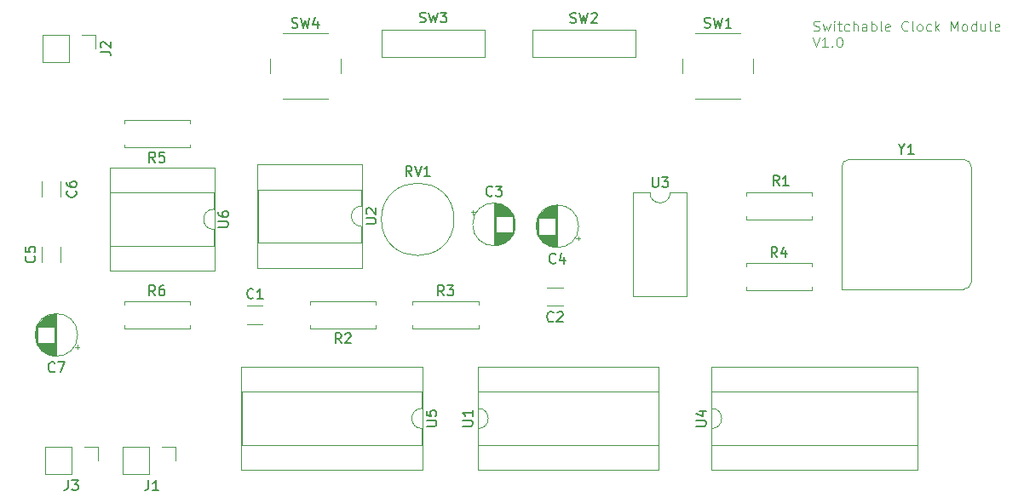
<source format=gbr>
%TF.GenerationSoftware,KiCad,Pcbnew,9.0.6*%
%TF.CreationDate,2025-11-16T18:38:50-05:00*%
%TF.ProjectId,Clock Module,436c6f63-6b20-44d6-9f64-756c652e6b69,rev?*%
%TF.SameCoordinates,Original*%
%TF.FileFunction,Legend,Top*%
%TF.FilePolarity,Positive*%
%FSLAX46Y46*%
G04 Gerber Fmt 4.6, Leading zero omitted, Abs format (unit mm)*
G04 Created by KiCad (PCBNEW 9.0.6) date 2025-11-16 18:38:50*
%MOMM*%
%LPD*%
G01*
G04 APERTURE LIST*
%ADD10C,0.100000*%
%ADD11C,0.150000*%
%ADD12C,0.120000*%
G04 APERTURE END LIST*
D10*
X230256265Y-24714856D02*
X230399122Y-24762475D01*
X230399122Y-24762475D02*
X230637217Y-24762475D01*
X230637217Y-24762475D02*
X230732455Y-24714856D01*
X230732455Y-24714856D02*
X230780074Y-24667236D01*
X230780074Y-24667236D02*
X230827693Y-24571998D01*
X230827693Y-24571998D02*
X230827693Y-24476760D01*
X230827693Y-24476760D02*
X230780074Y-24381522D01*
X230780074Y-24381522D02*
X230732455Y-24333903D01*
X230732455Y-24333903D02*
X230637217Y-24286284D01*
X230637217Y-24286284D02*
X230446741Y-24238665D01*
X230446741Y-24238665D02*
X230351503Y-24191046D01*
X230351503Y-24191046D02*
X230303884Y-24143427D01*
X230303884Y-24143427D02*
X230256265Y-24048189D01*
X230256265Y-24048189D02*
X230256265Y-23952951D01*
X230256265Y-23952951D02*
X230303884Y-23857713D01*
X230303884Y-23857713D02*
X230351503Y-23810094D01*
X230351503Y-23810094D02*
X230446741Y-23762475D01*
X230446741Y-23762475D02*
X230684836Y-23762475D01*
X230684836Y-23762475D02*
X230827693Y-23810094D01*
X231161027Y-24095808D02*
X231351503Y-24762475D01*
X231351503Y-24762475D02*
X231541979Y-24286284D01*
X231541979Y-24286284D02*
X231732455Y-24762475D01*
X231732455Y-24762475D02*
X231922931Y-24095808D01*
X232303884Y-24762475D02*
X232303884Y-24095808D01*
X232303884Y-23762475D02*
X232256265Y-23810094D01*
X232256265Y-23810094D02*
X232303884Y-23857713D01*
X232303884Y-23857713D02*
X232351503Y-23810094D01*
X232351503Y-23810094D02*
X232303884Y-23762475D01*
X232303884Y-23762475D02*
X232303884Y-23857713D01*
X232637217Y-24095808D02*
X233018169Y-24095808D01*
X232780074Y-23762475D02*
X232780074Y-24619617D01*
X232780074Y-24619617D02*
X232827693Y-24714856D01*
X232827693Y-24714856D02*
X232922931Y-24762475D01*
X232922931Y-24762475D02*
X233018169Y-24762475D01*
X233780074Y-24714856D02*
X233684836Y-24762475D01*
X233684836Y-24762475D02*
X233494360Y-24762475D01*
X233494360Y-24762475D02*
X233399122Y-24714856D01*
X233399122Y-24714856D02*
X233351503Y-24667236D01*
X233351503Y-24667236D02*
X233303884Y-24571998D01*
X233303884Y-24571998D02*
X233303884Y-24286284D01*
X233303884Y-24286284D02*
X233351503Y-24191046D01*
X233351503Y-24191046D02*
X233399122Y-24143427D01*
X233399122Y-24143427D02*
X233494360Y-24095808D01*
X233494360Y-24095808D02*
X233684836Y-24095808D01*
X233684836Y-24095808D02*
X233780074Y-24143427D01*
X234208646Y-24762475D02*
X234208646Y-23762475D01*
X234637217Y-24762475D02*
X234637217Y-24238665D01*
X234637217Y-24238665D02*
X234589598Y-24143427D01*
X234589598Y-24143427D02*
X234494360Y-24095808D01*
X234494360Y-24095808D02*
X234351503Y-24095808D01*
X234351503Y-24095808D02*
X234256265Y-24143427D01*
X234256265Y-24143427D02*
X234208646Y-24191046D01*
X235541979Y-24762475D02*
X235541979Y-24238665D01*
X235541979Y-24238665D02*
X235494360Y-24143427D01*
X235494360Y-24143427D02*
X235399122Y-24095808D01*
X235399122Y-24095808D02*
X235208646Y-24095808D01*
X235208646Y-24095808D02*
X235113408Y-24143427D01*
X235541979Y-24714856D02*
X235446741Y-24762475D01*
X235446741Y-24762475D02*
X235208646Y-24762475D01*
X235208646Y-24762475D02*
X235113408Y-24714856D01*
X235113408Y-24714856D02*
X235065789Y-24619617D01*
X235065789Y-24619617D02*
X235065789Y-24524379D01*
X235065789Y-24524379D02*
X235113408Y-24429141D01*
X235113408Y-24429141D02*
X235208646Y-24381522D01*
X235208646Y-24381522D02*
X235446741Y-24381522D01*
X235446741Y-24381522D02*
X235541979Y-24333903D01*
X236018170Y-24762475D02*
X236018170Y-23762475D01*
X236018170Y-24143427D02*
X236113408Y-24095808D01*
X236113408Y-24095808D02*
X236303884Y-24095808D01*
X236303884Y-24095808D02*
X236399122Y-24143427D01*
X236399122Y-24143427D02*
X236446741Y-24191046D01*
X236446741Y-24191046D02*
X236494360Y-24286284D01*
X236494360Y-24286284D02*
X236494360Y-24571998D01*
X236494360Y-24571998D02*
X236446741Y-24667236D01*
X236446741Y-24667236D02*
X236399122Y-24714856D01*
X236399122Y-24714856D02*
X236303884Y-24762475D01*
X236303884Y-24762475D02*
X236113408Y-24762475D01*
X236113408Y-24762475D02*
X236018170Y-24714856D01*
X237065789Y-24762475D02*
X236970551Y-24714856D01*
X236970551Y-24714856D02*
X236922932Y-24619617D01*
X236922932Y-24619617D02*
X236922932Y-23762475D01*
X237827694Y-24714856D02*
X237732456Y-24762475D01*
X237732456Y-24762475D02*
X237541980Y-24762475D01*
X237541980Y-24762475D02*
X237446742Y-24714856D01*
X237446742Y-24714856D02*
X237399123Y-24619617D01*
X237399123Y-24619617D02*
X237399123Y-24238665D01*
X237399123Y-24238665D02*
X237446742Y-24143427D01*
X237446742Y-24143427D02*
X237541980Y-24095808D01*
X237541980Y-24095808D02*
X237732456Y-24095808D01*
X237732456Y-24095808D02*
X237827694Y-24143427D01*
X237827694Y-24143427D02*
X237875313Y-24238665D01*
X237875313Y-24238665D02*
X237875313Y-24333903D01*
X237875313Y-24333903D02*
X237399123Y-24429141D01*
X239637218Y-24667236D02*
X239589599Y-24714856D01*
X239589599Y-24714856D02*
X239446742Y-24762475D01*
X239446742Y-24762475D02*
X239351504Y-24762475D01*
X239351504Y-24762475D02*
X239208647Y-24714856D01*
X239208647Y-24714856D02*
X239113409Y-24619617D01*
X239113409Y-24619617D02*
X239065790Y-24524379D01*
X239065790Y-24524379D02*
X239018171Y-24333903D01*
X239018171Y-24333903D02*
X239018171Y-24191046D01*
X239018171Y-24191046D02*
X239065790Y-24000570D01*
X239065790Y-24000570D02*
X239113409Y-23905332D01*
X239113409Y-23905332D02*
X239208647Y-23810094D01*
X239208647Y-23810094D02*
X239351504Y-23762475D01*
X239351504Y-23762475D02*
X239446742Y-23762475D01*
X239446742Y-23762475D02*
X239589599Y-23810094D01*
X239589599Y-23810094D02*
X239637218Y-23857713D01*
X240208647Y-24762475D02*
X240113409Y-24714856D01*
X240113409Y-24714856D02*
X240065790Y-24619617D01*
X240065790Y-24619617D02*
X240065790Y-23762475D01*
X240732457Y-24762475D02*
X240637219Y-24714856D01*
X240637219Y-24714856D02*
X240589600Y-24667236D01*
X240589600Y-24667236D02*
X240541981Y-24571998D01*
X240541981Y-24571998D02*
X240541981Y-24286284D01*
X240541981Y-24286284D02*
X240589600Y-24191046D01*
X240589600Y-24191046D02*
X240637219Y-24143427D01*
X240637219Y-24143427D02*
X240732457Y-24095808D01*
X240732457Y-24095808D02*
X240875314Y-24095808D01*
X240875314Y-24095808D02*
X240970552Y-24143427D01*
X240970552Y-24143427D02*
X241018171Y-24191046D01*
X241018171Y-24191046D02*
X241065790Y-24286284D01*
X241065790Y-24286284D02*
X241065790Y-24571998D01*
X241065790Y-24571998D02*
X241018171Y-24667236D01*
X241018171Y-24667236D02*
X240970552Y-24714856D01*
X240970552Y-24714856D02*
X240875314Y-24762475D01*
X240875314Y-24762475D02*
X240732457Y-24762475D01*
X241922933Y-24714856D02*
X241827695Y-24762475D01*
X241827695Y-24762475D02*
X241637219Y-24762475D01*
X241637219Y-24762475D02*
X241541981Y-24714856D01*
X241541981Y-24714856D02*
X241494362Y-24667236D01*
X241494362Y-24667236D02*
X241446743Y-24571998D01*
X241446743Y-24571998D02*
X241446743Y-24286284D01*
X241446743Y-24286284D02*
X241494362Y-24191046D01*
X241494362Y-24191046D02*
X241541981Y-24143427D01*
X241541981Y-24143427D02*
X241637219Y-24095808D01*
X241637219Y-24095808D02*
X241827695Y-24095808D01*
X241827695Y-24095808D02*
X241922933Y-24143427D01*
X242351505Y-24762475D02*
X242351505Y-23762475D01*
X242446743Y-24381522D02*
X242732457Y-24762475D01*
X242732457Y-24095808D02*
X242351505Y-24476760D01*
X243922934Y-24762475D02*
X243922934Y-23762475D01*
X243922934Y-23762475D02*
X244256267Y-24476760D01*
X244256267Y-24476760D02*
X244589600Y-23762475D01*
X244589600Y-23762475D02*
X244589600Y-24762475D01*
X245208648Y-24762475D02*
X245113410Y-24714856D01*
X245113410Y-24714856D02*
X245065791Y-24667236D01*
X245065791Y-24667236D02*
X245018172Y-24571998D01*
X245018172Y-24571998D02*
X245018172Y-24286284D01*
X245018172Y-24286284D02*
X245065791Y-24191046D01*
X245065791Y-24191046D02*
X245113410Y-24143427D01*
X245113410Y-24143427D02*
X245208648Y-24095808D01*
X245208648Y-24095808D02*
X245351505Y-24095808D01*
X245351505Y-24095808D02*
X245446743Y-24143427D01*
X245446743Y-24143427D02*
X245494362Y-24191046D01*
X245494362Y-24191046D02*
X245541981Y-24286284D01*
X245541981Y-24286284D02*
X245541981Y-24571998D01*
X245541981Y-24571998D02*
X245494362Y-24667236D01*
X245494362Y-24667236D02*
X245446743Y-24714856D01*
X245446743Y-24714856D02*
X245351505Y-24762475D01*
X245351505Y-24762475D02*
X245208648Y-24762475D01*
X246399124Y-24762475D02*
X246399124Y-23762475D01*
X246399124Y-24714856D02*
X246303886Y-24762475D01*
X246303886Y-24762475D02*
X246113410Y-24762475D01*
X246113410Y-24762475D02*
X246018172Y-24714856D01*
X246018172Y-24714856D02*
X245970553Y-24667236D01*
X245970553Y-24667236D02*
X245922934Y-24571998D01*
X245922934Y-24571998D02*
X245922934Y-24286284D01*
X245922934Y-24286284D02*
X245970553Y-24191046D01*
X245970553Y-24191046D02*
X246018172Y-24143427D01*
X246018172Y-24143427D02*
X246113410Y-24095808D01*
X246113410Y-24095808D02*
X246303886Y-24095808D01*
X246303886Y-24095808D02*
X246399124Y-24143427D01*
X247303886Y-24095808D02*
X247303886Y-24762475D01*
X246875315Y-24095808D02*
X246875315Y-24619617D01*
X246875315Y-24619617D02*
X246922934Y-24714856D01*
X246922934Y-24714856D02*
X247018172Y-24762475D01*
X247018172Y-24762475D02*
X247161029Y-24762475D01*
X247161029Y-24762475D02*
X247256267Y-24714856D01*
X247256267Y-24714856D02*
X247303886Y-24667236D01*
X247922934Y-24762475D02*
X247827696Y-24714856D01*
X247827696Y-24714856D02*
X247780077Y-24619617D01*
X247780077Y-24619617D02*
X247780077Y-23762475D01*
X248684839Y-24714856D02*
X248589601Y-24762475D01*
X248589601Y-24762475D02*
X248399125Y-24762475D01*
X248399125Y-24762475D02*
X248303887Y-24714856D01*
X248303887Y-24714856D02*
X248256268Y-24619617D01*
X248256268Y-24619617D02*
X248256268Y-24238665D01*
X248256268Y-24238665D02*
X248303887Y-24143427D01*
X248303887Y-24143427D02*
X248399125Y-24095808D01*
X248399125Y-24095808D02*
X248589601Y-24095808D01*
X248589601Y-24095808D02*
X248684839Y-24143427D01*
X248684839Y-24143427D02*
X248732458Y-24238665D01*
X248732458Y-24238665D02*
X248732458Y-24333903D01*
X248732458Y-24333903D02*
X248256268Y-24429141D01*
X230161027Y-25372419D02*
X230494360Y-26372419D01*
X230494360Y-26372419D02*
X230827693Y-25372419D01*
X231684836Y-26372419D02*
X231113408Y-26372419D01*
X231399122Y-26372419D02*
X231399122Y-25372419D01*
X231399122Y-25372419D02*
X231303884Y-25515276D01*
X231303884Y-25515276D02*
X231208646Y-25610514D01*
X231208646Y-25610514D02*
X231113408Y-25658133D01*
X232113408Y-26277180D02*
X232161027Y-26324800D01*
X232161027Y-26324800D02*
X232113408Y-26372419D01*
X232113408Y-26372419D02*
X232065789Y-26324800D01*
X232065789Y-26324800D02*
X232113408Y-26277180D01*
X232113408Y-26277180D02*
X232113408Y-26372419D01*
X232780074Y-25372419D02*
X232875312Y-25372419D01*
X232875312Y-25372419D02*
X232970550Y-25420038D01*
X232970550Y-25420038D02*
X233018169Y-25467657D01*
X233018169Y-25467657D02*
X233065788Y-25562895D01*
X233065788Y-25562895D02*
X233113407Y-25753371D01*
X233113407Y-25753371D02*
X233113407Y-25991466D01*
X233113407Y-25991466D02*
X233065788Y-26181942D01*
X233065788Y-26181942D02*
X233018169Y-26277180D01*
X233018169Y-26277180D02*
X232970550Y-26324800D01*
X232970550Y-26324800D02*
X232875312Y-26372419D01*
X232875312Y-26372419D02*
X232780074Y-26372419D01*
X232780074Y-26372419D02*
X232684836Y-26324800D01*
X232684836Y-26324800D02*
X232637217Y-26277180D01*
X232637217Y-26277180D02*
X232589598Y-26181942D01*
X232589598Y-26181942D02*
X232541979Y-25991466D01*
X232541979Y-25991466D02*
X232541979Y-25753371D01*
X232541979Y-25753371D02*
X232589598Y-25562895D01*
X232589598Y-25562895D02*
X232637217Y-25467657D01*
X232637217Y-25467657D02*
X232684836Y-25420038D01*
X232684836Y-25420038D02*
X232780074Y-25372419D01*
D11*
X239023809Y-36528628D02*
X239023809Y-37004819D01*
X238690476Y-36004819D02*
X239023809Y-36528628D01*
X239023809Y-36528628D02*
X239357142Y-36004819D01*
X240214285Y-37004819D02*
X239642857Y-37004819D01*
X239928571Y-37004819D02*
X239928571Y-36004819D01*
X239928571Y-36004819D02*
X239833333Y-36147676D01*
X239833333Y-36147676D02*
X239738095Y-36242914D01*
X239738095Y-36242914D02*
X239642857Y-36290533D01*
X171094819Y-44261904D02*
X171904342Y-44261904D01*
X171904342Y-44261904D02*
X171999580Y-44214285D01*
X171999580Y-44214285D02*
X172047200Y-44166666D01*
X172047200Y-44166666D02*
X172094819Y-44071428D01*
X172094819Y-44071428D02*
X172094819Y-43880952D01*
X172094819Y-43880952D02*
X172047200Y-43785714D01*
X172047200Y-43785714D02*
X171999580Y-43738095D01*
X171999580Y-43738095D02*
X171904342Y-43690476D01*
X171904342Y-43690476D02*
X171094819Y-43690476D01*
X171094819Y-42785714D02*
X171094819Y-42976190D01*
X171094819Y-42976190D02*
X171142438Y-43071428D01*
X171142438Y-43071428D02*
X171190057Y-43119047D01*
X171190057Y-43119047D02*
X171332914Y-43214285D01*
X171332914Y-43214285D02*
X171523390Y-43261904D01*
X171523390Y-43261904D02*
X171904342Y-43261904D01*
X171904342Y-43261904D02*
X171999580Y-43214285D01*
X171999580Y-43214285D02*
X172047200Y-43166666D01*
X172047200Y-43166666D02*
X172094819Y-43071428D01*
X172094819Y-43071428D02*
X172094819Y-42880952D01*
X172094819Y-42880952D02*
X172047200Y-42785714D01*
X172047200Y-42785714D02*
X171999580Y-42738095D01*
X171999580Y-42738095D02*
X171904342Y-42690476D01*
X171904342Y-42690476D02*
X171666247Y-42690476D01*
X171666247Y-42690476D02*
X171571009Y-42738095D01*
X171571009Y-42738095D02*
X171523390Y-42785714D01*
X171523390Y-42785714D02*
X171475771Y-42880952D01*
X171475771Y-42880952D02*
X171475771Y-43071428D01*
X171475771Y-43071428D02*
X171523390Y-43166666D01*
X171523390Y-43166666D02*
X171571009Y-43214285D01*
X171571009Y-43214285D02*
X171666247Y-43261904D01*
X159374819Y-26833333D02*
X160089104Y-26833333D01*
X160089104Y-26833333D02*
X160231961Y-26880952D01*
X160231961Y-26880952D02*
X160327200Y-26976190D01*
X160327200Y-26976190D02*
X160374819Y-27119047D01*
X160374819Y-27119047D02*
X160374819Y-27214285D01*
X159470057Y-26404761D02*
X159422438Y-26357142D01*
X159422438Y-26357142D02*
X159374819Y-26261904D01*
X159374819Y-26261904D02*
X159374819Y-26023809D01*
X159374819Y-26023809D02*
X159422438Y-25928571D01*
X159422438Y-25928571D02*
X159470057Y-25880952D01*
X159470057Y-25880952D02*
X159565295Y-25833333D01*
X159565295Y-25833333D02*
X159660533Y-25833333D01*
X159660533Y-25833333D02*
X159803390Y-25880952D01*
X159803390Y-25880952D02*
X160374819Y-26452380D01*
X160374819Y-26452380D02*
X160374819Y-25833333D01*
X156909580Y-40666666D02*
X156957200Y-40714285D01*
X156957200Y-40714285D02*
X157004819Y-40857142D01*
X157004819Y-40857142D02*
X157004819Y-40952380D01*
X157004819Y-40952380D02*
X156957200Y-41095237D01*
X156957200Y-41095237D02*
X156861961Y-41190475D01*
X156861961Y-41190475D02*
X156766723Y-41238094D01*
X156766723Y-41238094D02*
X156576247Y-41285713D01*
X156576247Y-41285713D02*
X156433390Y-41285713D01*
X156433390Y-41285713D02*
X156242914Y-41238094D01*
X156242914Y-41238094D02*
X156147676Y-41190475D01*
X156147676Y-41190475D02*
X156052438Y-41095237D01*
X156052438Y-41095237D02*
X156004819Y-40952380D01*
X156004819Y-40952380D02*
X156004819Y-40857142D01*
X156004819Y-40857142D02*
X156052438Y-40714285D01*
X156052438Y-40714285D02*
X156100057Y-40666666D01*
X156004819Y-39809523D02*
X156004819Y-39999999D01*
X156004819Y-39999999D02*
X156052438Y-40095237D01*
X156052438Y-40095237D02*
X156100057Y-40142856D01*
X156100057Y-40142856D02*
X156242914Y-40238094D01*
X156242914Y-40238094D02*
X156433390Y-40285713D01*
X156433390Y-40285713D02*
X156814342Y-40285713D01*
X156814342Y-40285713D02*
X156909580Y-40238094D01*
X156909580Y-40238094D02*
X156957200Y-40190475D01*
X156957200Y-40190475D02*
X157004819Y-40095237D01*
X157004819Y-40095237D02*
X157004819Y-39904761D01*
X157004819Y-39904761D02*
X156957200Y-39809523D01*
X156957200Y-39809523D02*
X156909580Y-39761904D01*
X156909580Y-39761904D02*
X156814342Y-39714285D01*
X156814342Y-39714285D02*
X156576247Y-39714285D01*
X156576247Y-39714285D02*
X156481009Y-39761904D01*
X156481009Y-39761904D02*
X156433390Y-39809523D01*
X156433390Y-39809523D02*
X156385771Y-39904761D01*
X156385771Y-39904761D02*
X156385771Y-40095237D01*
X156385771Y-40095237D02*
X156433390Y-40190475D01*
X156433390Y-40190475D02*
X156481009Y-40238094D01*
X156481009Y-40238094D02*
X156576247Y-40285713D01*
X219416667Y-24407200D02*
X219559524Y-24454819D01*
X219559524Y-24454819D02*
X219797619Y-24454819D01*
X219797619Y-24454819D02*
X219892857Y-24407200D01*
X219892857Y-24407200D02*
X219940476Y-24359580D01*
X219940476Y-24359580D02*
X219988095Y-24264342D01*
X219988095Y-24264342D02*
X219988095Y-24169104D01*
X219988095Y-24169104D02*
X219940476Y-24073866D01*
X219940476Y-24073866D02*
X219892857Y-24026247D01*
X219892857Y-24026247D02*
X219797619Y-23978628D01*
X219797619Y-23978628D02*
X219607143Y-23931009D01*
X219607143Y-23931009D02*
X219511905Y-23883390D01*
X219511905Y-23883390D02*
X219464286Y-23835771D01*
X219464286Y-23835771D02*
X219416667Y-23740533D01*
X219416667Y-23740533D02*
X219416667Y-23645295D01*
X219416667Y-23645295D02*
X219464286Y-23550057D01*
X219464286Y-23550057D02*
X219511905Y-23502438D01*
X219511905Y-23502438D02*
X219607143Y-23454819D01*
X219607143Y-23454819D02*
X219845238Y-23454819D01*
X219845238Y-23454819D02*
X219988095Y-23502438D01*
X220321429Y-23454819D02*
X220559524Y-24454819D01*
X220559524Y-24454819D02*
X220750000Y-23740533D01*
X220750000Y-23740533D02*
X220940476Y-24454819D01*
X220940476Y-24454819D02*
X221178572Y-23454819D01*
X222083333Y-24454819D02*
X221511905Y-24454819D01*
X221797619Y-24454819D02*
X221797619Y-23454819D01*
X221797619Y-23454819D02*
X221702381Y-23597676D01*
X221702381Y-23597676D02*
X221607143Y-23692914D01*
X221607143Y-23692914D02*
X221511905Y-23740533D01*
X164166666Y-69454819D02*
X164166666Y-70169104D01*
X164166666Y-70169104D02*
X164119047Y-70311961D01*
X164119047Y-70311961D02*
X164023809Y-70407200D01*
X164023809Y-70407200D02*
X163880952Y-70454819D01*
X163880952Y-70454819D02*
X163785714Y-70454819D01*
X165166666Y-70454819D02*
X164595238Y-70454819D01*
X164880952Y-70454819D02*
X164880952Y-69454819D01*
X164880952Y-69454819D02*
X164785714Y-69597676D01*
X164785714Y-69597676D02*
X164690476Y-69692914D01*
X164690476Y-69692914D02*
X164595238Y-69740533D01*
X226838333Y-40144819D02*
X226505000Y-39668628D01*
X226266905Y-40144819D02*
X226266905Y-39144819D01*
X226266905Y-39144819D02*
X226647857Y-39144819D01*
X226647857Y-39144819D02*
X226743095Y-39192438D01*
X226743095Y-39192438D02*
X226790714Y-39240057D01*
X226790714Y-39240057D02*
X226838333Y-39335295D01*
X226838333Y-39335295D02*
X226838333Y-39478152D01*
X226838333Y-39478152D02*
X226790714Y-39573390D01*
X226790714Y-39573390D02*
X226743095Y-39621009D01*
X226743095Y-39621009D02*
X226647857Y-39668628D01*
X226647857Y-39668628D02*
X226266905Y-39668628D01*
X227790714Y-40144819D02*
X227219286Y-40144819D01*
X227505000Y-40144819D02*
X227505000Y-39144819D01*
X227505000Y-39144819D02*
X227409762Y-39287676D01*
X227409762Y-39287676D02*
X227314524Y-39382914D01*
X227314524Y-39382914D02*
X227219286Y-39430533D01*
X164833333Y-37824819D02*
X164500000Y-37348628D01*
X164261905Y-37824819D02*
X164261905Y-36824819D01*
X164261905Y-36824819D02*
X164642857Y-36824819D01*
X164642857Y-36824819D02*
X164738095Y-36872438D01*
X164738095Y-36872438D02*
X164785714Y-36920057D01*
X164785714Y-36920057D02*
X164833333Y-37015295D01*
X164833333Y-37015295D02*
X164833333Y-37158152D01*
X164833333Y-37158152D02*
X164785714Y-37253390D01*
X164785714Y-37253390D02*
X164738095Y-37301009D01*
X164738095Y-37301009D02*
X164642857Y-37348628D01*
X164642857Y-37348628D02*
X164261905Y-37348628D01*
X165738095Y-36824819D02*
X165261905Y-36824819D01*
X165261905Y-36824819D02*
X165214286Y-37301009D01*
X165214286Y-37301009D02*
X165261905Y-37253390D01*
X165261905Y-37253390D02*
X165357143Y-37205771D01*
X165357143Y-37205771D02*
X165595238Y-37205771D01*
X165595238Y-37205771D02*
X165690476Y-37253390D01*
X165690476Y-37253390D02*
X165738095Y-37301009D01*
X165738095Y-37301009D02*
X165785714Y-37396247D01*
X165785714Y-37396247D02*
X165785714Y-37634342D01*
X165785714Y-37634342D02*
X165738095Y-37729580D01*
X165738095Y-37729580D02*
X165690476Y-37777200D01*
X165690476Y-37777200D02*
X165595238Y-37824819D01*
X165595238Y-37824819D02*
X165357143Y-37824819D01*
X165357143Y-37824819D02*
X165261905Y-37777200D01*
X165261905Y-37777200D02*
X165214286Y-37729580D01*
X183333333Y-55824819D02*
X183000000Y-55348628D01*
X182761905Y-55824819D02*
X182761905Y-54824819D01*
X182761905Y-54824819D02*
X183142857Y-54824819D01*
X183142857Y-54824819D02*
X183238095Y-54872438D01*
X183238095Y-54872438D02*
X183285714Y-54920057D01*
X183285714Y-54920057D02*
X183333333Y-55015295D01*
X183333333Y-55015295D02*
X183333333Y-55158152D01*
X183333333Y-55158152D02*
X183285714Y-55253390D01*
X183285714Y-55253390D02*
X183238095Y-55301009D01*
X183238095Y-55301009D02*
X183142857Y-55348628D01*
X183142857Y-55348628D02*
X182761905Y-55348628D01*
X183714286Y-54920057D02*
X183761905Y-54872438D01*
X183761905Y-54872438D02*
X183857143Y-54824819D01*
X183857143Y-54824819D02*
X184095238Y-54824819D01*
X184095238Y-54824819D02*
X184190476Y-54872438D01*
X184190476Y-54872438D02*
X184238095Y-54920057D01*
X184238095Y-54920057D02*
X184285714Y-55015295D01*
X184285714Y-55015295D02*
X184285714Y-55110533D01*
X184285714Y-55110533D02*
X184238095Y-55253390D01*
X184238095Y-55253390D02*
X183666667Y-55824819D01*
X183666667Y-55824819D02*
X184285714Y-55824819D01*
X191126667Y-23867200D02*
X191269524Y-23914819D01*
X191269524Y-23914819D02*
X191507619Y-23914819D01*
X191507619Y-23914819D02*
X191602857Y-23867200D01*
X191602857Y-23867200D02*
X191650476Y-23819580D01*
X191650476Y-23819580D02*
X191698095Y-23724342D01*
X191698095Y-23724342D02*
X191698095Y-23629104D01*
X191698095Y-23629104D02*
X191650476Y-23533866D01*
X191650476Y-23533866D02*
X191602857Y-23486247D01*
X191602857Y-23486247D02*
X191507619Y-23438628D01*
X191507619Y-23438628D02*
X191317143Y-23391009D01*
X191317143Y-23391009D02*
X191221905Y-23343390D01*
X191221905Y-23343390D02*
X191174286Y-23295771D01*
X191174286Y-23295771D02*
X191126667Y-23200533D01*
X191126667Y-23200533D02*
X191126667Y-23105295D01*
X191126667Y-23105295D02*
X191174286Y-23010057D01*
X191174286Y-23010057D02*
X191221905Y-22962438D01*
X191221905Y-22962438D02*
X191317143Y-22914819D01*
X191317143Y-22914819D02*
X191555238Y-22914819D01*
X191555238Y-22914819D02*
X191698095Y-22962438D01*
X192031429Y-22914819D02*
X192269524Y-23914819D01*
X192269524Y-23914819D02*
X192460000Y-23200533D01*
X192460000Y-23200533D02*
X192650476Y-23914819D01*
X192650476Y-23914819D02*
X192888572Y-22914819D01*
X193174286Y-22914819D02*
X193793333Y-22914819D01*
X193793333Y-22914819D02*
X193460000Y-23295771D01*
X193460000Y-23295771D02*
X193602857Y-23295771D01*
X193602857Y-23295771D02*
X193698095Y-23343390D01*
X193698095Y-23343390D02*
X193745714Y-23391009D01*
X193745714Y-23391009D02*
X193793333Y-23486247D01*
X193793333Y-23486247D02*
X193793333Y-23724342D01*
X193793333Y-23724342D02*
X193745714Y-23819580D01*
X193745714Y-23819580D02*
X193698095Y-23867200D01*
X193698095Y-23867200D02*
X193602857Y-23914819D01*
X193602857Y-23914819D02*
X193317143Y-23914819D01*
X193317143Y-23914819D02*
X193221905Y-23867200D01*
X193221905Y-23867200D02*
X193174286Y-23819580D01*
X174583333Y-51309580D02*
X174535714Y-51357200D01*
X174535714Y-51357200D02*
X174392857Y-51404819D01*
X174392857Y-51404819D02*
X174297619Y-51404819D01*
X174297619Y-51404819D02*
X174154762Y-51357200D01*
X174154762Y-51357200D02*
X174059524Y-51261961D01*
X174059524Y-51261961D02*
X174011905Y-51166723D01*
X174011905Y-51166723D02*
X173964286Y-50976247D01*
X173964286Y-50976247D02*
X173964286Y-50833390D01*
X173964286Y-50833390D02*
X174011905Y-50642914D01*
X174011905Y-50642914D02*
X174059524Y-50547676D01*
X174059524Y-50547676D02*
X174154762Y-50452438D01*
X174154762Y-50452438D02*
X174297619Y-50404819D01*
X174297619Y-50404819D02*
X174392857Y-50404819D01*
X174392857Y-50404819D02*
X174535714Y-50452438D01*
X174535714Y-50452438D02*
X174583333Y-50500057D01*
X175535714Y-51404819D02*
X174964286Y-51404819D01*
X175250000Y-51404819D02*
X175250000Y-50404819D01*
X175250000Y-50404819D02*
X175154762Y-50547676D01*
X175154762Y-50547676D02*
X175059524Y-50642914D01*
X175059524Y-50642914D02*
X174964286Y-50690533D01*
X204620933Y-47799580D02*
X204573314Y-47847200D01*
X204573314Y-47847200D02*
X204430457Y-47894819D01*
X204430457Y-47894819D02*
X204335219Y-47894819D01*
X204335219Y-47894819D02*
X204192362Y-47847200D01*
X204192362Y-47847200D02*
X204097124Y-47751961D01*
X204097124Y-47751961D02*
X204049505Y-47656723D01*
X204049505Y-47656723D02*
X204001886Y-47466247D01*
X204001886Y-47466247D02*
X204001886Y-47323390D01*
X204001886Y-47323390D02*
X204049505Y-47132914D01*
X204049505Y-47132914D02*
X204097124Y-47037676D01*
X204097124Y-47037676D02*
X204192362Y-46942438D01*
X204192362Y-46942438D02*
X204335219Y-46894819D01*
X204335219Y-46894819D02*
X204430457Y-46894819D01*
X204430457Y-46894819D02*
X204573314Y-46942438D01*
X204573314Y-46942438D02*
X204620933Y-46990057D01*
X205478076Y-47228152D02*
X205478076Y-47894819D01*
X205239981Y-46847200D02*
X205001886Y-47561485D01*
X205001886Y-47561485D02*
X205620933Y-47561485D01*
X195384819Y-64071904D02*
X196194342Y-64071904D01*
X196194342Y-64071904D02*
X196289580Y-64024285D01*
X196289580Y-64024285D02*
X196337200Y-63976666D01*
X196337200Y-63976666D02*
X196384819Y-63881428D01*
X196384819Y-63881428D02*
X196384819Y-63690952D01*
X196384819Y-63690952D02*
X196337200Y-63595714D01*
X196337200Y-63595714D02*
X196289580Y-63548095D01*
X196289580Y-63548095D02*
X196194342Y-63500476D01*
X196194342Y-63500476D02*
X195384819Y-63500476D01*
X196384819Y-62500476D02*
X196384819Y-63071904D01*
X196384819Y-62786190D02*
X195384819Y-62786190D01*
X195384819Y-62786190D02*
X195527676Y-62881428D01*
X195527676Y-62881428D02*
X195622914Y-62976666D01*
X195622914Y-62976666D02*
X195670533Y-63071904D01*
X193523333Y-51084819D02*
X193190000Y-50608628D01*
X192951905Y-51084819D02*
X192951905Y-50084819D01*
X192951905Y-50084819D02*
X193332857Y-50084819D01*
X193332857Y-50084819D02*
X193428095Y-50132438D01*
X193428095Y-50132438D02*
X193475714Y-50180057D01*
X193475714Y-50180057D02*
X193523333Y-50275295D01*
X193523333Y-50275295D02*
X193523333Y-50418152D01*
X193523333Y-50418152D02*
X193475714Y-50513390D01*
X193475714Y-50513390D02*
X193428095Y-50561009D01*
X193428095Y-50561009D02*
X193332857Y-50608628D01*
X193332857Y-50608628D02*
X192951905Y-50608628D01*
X193856667Y-50084819D02*
X194475714Y-50084819D01*
X194475714Y-50084819D02*
X194142381Y-50465771D01*
X194142381Y-50465771D02*
X194285238Y-50465771D01*
X194285238Y-50465771D02*
X194380476Y-50513390D01*
X194380476Y-50513390D02*
X194428095Y-50561009D01*
X194428095Y-50561009D02*
X194475714Y-50656247D01*
X194475714Y-50656247D02*
X194475714Y-50894342D01*
X194475714Y-50894342D02*
X194428095Y-50989580D01*
X194428095Y-50989580D02*
X194380476Y-51037200D01*
X194380476Y-51037200D02*
X194285238Y-51084819D01*
X194285238Y-51084819D02*
X193999524Y-51084819D01*
X193999524Y-51084819D02*
X193904286Y-51037200D01*
X193904286Y-51037200D02*
X193856667Y-50989580D01*
X198333333Y-41109580D02*
X198285714Y-41157200D01*
X198285714Y-41157200D02*
X198142857Y-41204819D01*
X198142857Y-41204819D02*
X198047619Y-41204819D01*
X198047619Y-41204819D02*
X197904762Y-41157200D01*
X197904762Y-41157200D02*
X197809524Y-41061961D01*
X197809524Y-41061961D02*
X197761905Y-40966723D01*
X197761905Y-40966723D02*
X197714286Y-40776247D01*
X197714286Y-40776247D02*
X197714286Y-40633390D01*
X197714286Y-40633390D02*
X197761905Y-40442914D01*
X197761905Y-40442914D02*
X197809524Y-40347676D01*
X197809524Y-40347676D02*
X197904762Y-40252438D01*
X197904762Y-40252438D02*
X198047619Y-40204819D01*
X198047619Y-40204819D02*
X198142857Y-40204819D01*
X198142857Y-40204819D02*
X198285714Y-40252438D01*
X198285714Y-40252438D02*
X198333333Y-40300057D01*
X198666667Y-40204819D02*
X199285714Y-40204819D01*
X199285714Y-40204819D02*
X198952381Y-40585771D01*
X198952381Y-40585771D02*
X199095238Y-40585771D01*
X199095238Y-40585771D02*
X199190476Y-40633390D01*
X199190476Y-40633390D02*
X199238095Y-40681009D01*
X199238095Y-40681009D02*
X199285714Y-40776247D01*
X199285714Y-40776247D02*
X199285714Y-41014342D01*
X199285714Y-41014342D02*
X199238095Y-41109580D01*
X199238095Y-41109580D02*
X199190476Y-41157200D01*
X199190476Y-41157200D02*
X199095238Y-41204819D01*
X199095238Y-41204819D02*
X198809524Y-41204819D01*
X198809524Y-41204819D02*
X198714286Y-41157200D01*
X198714286Y-41157200D02*
X198666667Y-41109580D01*
X204398333Y-53599580D02*
X204350714Y-53647200D01*
X204350714Y-53647200D02*
X204207857Y-53694819D01*
X204207857Y-53694819D02*
X204112619Y-53694819D01*
X204112619Y-53694819D02*
X203969762Y-53647200D01*
X203969762Y-53647200D02*
X203874524Y-53551961D01*
X203874524Y-53551961D02*
X203826905Y-53456723D01*
X203826905Y-53456723D02*
X203779286Y-53266247D01*
X203779286Y-53266247D02*
X203779286Y-53123390D01*
X203779286Y-53123390D02*
X203826905Y-52932914D01*
X203826905Y-52932914D02*
X203874524Y-52837676D01*
X203874524Y-52837676D02*
X203969762Y-52742438D01*
X203969762Y-52742438D02*
X204112619Y-52694819D01*
X204112619Y-52694819D02*
X204207857Y-52694819D01*
X204207857Y-52694819D02*
X204350714Y-52742438D01*
X204350714Y-52742438D02*
X204398333Y-52790057D01*
X204779286Y-52790057D02*
X204826905Y-52742438D01*
X204826905Y-52742438D02*
X204922143Y-52694819D01*
X204922143Y-52694819D02*
X205160238Y-52694819D01*
X205160238Y-52694819D02*
X205255476Y-52742438D01*
X205255476Y-52742438D02*
X205303095Y-52790057D01*
X205303095Y-52790057D02*
X205350714Y-52885295D01*
X205350714Y-52885295D02*
X205350714Y-52980533D01*
X205350714Y-52980533D02*
X205303095Y-53123390D01*
X205303095Y-53123390D02*
X204731667Y-53694819D01*
X204731667Y-53694819D02*
X205350714Y-53694819D01*
X206086667Y-23907200D02*
X206229524Y-23954819D01*
X206229524Y-23954819D02*
X206467619Y-23954819D01*
X206467619Y-23954819D02*
X206562857Y-23907200D01*
X206562857Y-23907200D02*
X206610476Y-23859580D01*
X206610476Y-23859580D02*
X206658095Y-23764342D01*
X206658095Y-23764342D02*
X206658095Y-23669104D01*
X206658095Y-23669104D02*
X206610476Y-23573866D01*
X206610476Y-23573866D02*
X206562857Y-23526247D01*
X206562857Y-23526247D02*
X206467619Y-23478628D01*
X206467619Y-23478628D02*
X206277143Y-23431009D01*
X206277143Y-23431009D02*
X206181905Y-23383390D01*
X206181905Y-23383390D02*
X206134286Y-23335771D01*
X206134286Y-23335771D02*
X206086667Y-23240533D01*
X206086667Y-23240533D02*
X206086667Y-23145295D01*
X206086667Y-23145295D02*
X206134286Y-23050057D01*
X206134286Y-23050057D02*
X206181905Y-23002438D01*
X206181905Y-23002438D02*
X206277143Y-22954819D01*
X206277143Y-22954819D02*
X206515238Y-22954819D01*
X206515238Y-22954819D02*
X206658095Y-23002438D01*
X206991429Y-22954819D02*
X207229524Y-23954819D01*
X207229524Y-23954819D02*
X207420000Y-23240533D01*
X207420000Y-23240533D02*
X207610476Y-23954819D01*
X207610476Y-23954819D02*
X207848572Y-22954819D01*
X208181905Y-23050057D02*
X208229524Y-23002438D01*
X208229524Y-23002438D02*
X208324762Y-22954819D01*
X208324762Y-22954819D02*
X208562857Y-22954819D01*
X208562857Y-22954819D02*
X208658095Y-23002438D01*
X208658095Y-23002438D02*
X208705714Y-23050057D01*
X208705714Y-23050057D02*
X208753333Y-23145295D01*
X208753333Y-23145295D02*
X208753333Y-23240533D01*
X208753333Y-23240533D02*
X208705714Y-23383390D01*
X208705714Y-23383390D02*
X208134286Y-23954819D01*
X208134286Y-23954819D02*
X208753333Y-23954819D01*
X214243095Y-39314819D02*
X214243095Y-40124342D01*
X214243095Y-40124342D02*
X214290714Y-40219580D01*
X214290714Y-40219580D02*
X214338333Y-40267200D01*
X214338333Y-40267200D02*
X214433571Y-40314819D01*
X214433571Y-40314819D02*
X214624047Y-40314819D01*
X214624047Y-40314819D02*
X214719285Y-40267200D01*
X214719285Y-40267200D02*
X214766904Y-40219580D01*
X214766904Y-40219580D02*
X214814523Y-40124342D01*
X214814523Y-40124342D02*
X214814523Y-39314819D01*
X215195476Y-39314819D02*
X215814523Y-39314819D01*
X215814523Y-39314819D02*
X215481190Y-39695771D01*
X215481190Y-39695771D02*
X215624047Y-39695771D01*
X215624047Y-39695771D02*
X215719285Y-39743390D01*
X215719285Y-39743390D02*
X215766904Y-39791009D01*
X215766904Y-39791009D02*
X215814523Y-39886247D01*
X215814523Y-39886247D02*
X215814523Y-40124342D01*
X215814523Y-40124342D02*
X215766904Y-40219580D01*
X215766904Y-40219580D02*
X215719285Y-40267200D01*
X215719285Y-40267200D02*
X215624047Y-40314819D01*
X215624047Y-40314819D02*
X215338333Y-40314819D01*
X215338333Y-40314819D02*
X215243095Y-40267200D01*
X215243095Y-40267200D02*
X215195476Y-40219580D01*
X156166666Y-69454819D02*
X156166666Y-70169104D01*
X156166666Y-70169104D02*
X156119047Y-70311961D01*
X156119047Y-70311961D02*
X156023809Y-70407200D01*
X156023809Y-70407200D02*
X155880952Y-70454819D01*
X155880952Y-70454819D02*
X155785714Y-70454819D01*
X156547619Y-69454819D02*
X157166666Y-69454819D01*
X157166666Y-69454819D02*
X156833333Y-69835771D01*
X156833333Y-69835771D02*
X156976190Y-69835771D01*
X156976190Y-69835771D02*
X157071428Y-69883390D01*
X157071428Y-69883390D02*
X157119047Y-69931009D01*
X157119047Y-69931009D02*
X157166666Y-70026247D01*
X157166666Y-70026247D02*
X157166666Y-70264342D01*
X157166666Y-70264342D02*
X157119047Y-70359580D01*
X157119047Y-70359580D02*
X157071428Y-70407200D01*
X157071428Y-70407200D02*
X156976190Y-70454819D01*
X156976190Y-70454819D02*
X156690476Y-70454819D01*
X156690476Y-70454819D02*
X156595238Y-70407200D01*
X156595238Y-70407200D02*
X156547619Y-70359580D01*
X185784819Y-43951904D02*
X186594342Y-43951904D01*
X186594342Y-43951904D02*
X186689580Y-43904285D01*
X186689580Y-43904285D02*
X186737200Y-43856666D01*
X186737200Y-43856666D02*
X186784819Y-43761428D01*
X186784819Y-43761428D02*
X186784819Y-43570952D01*
X186784819Y-43570952D02*
X186737200Y-43475714D01*
X186737200Y-43475714D02*
X186689580Y-43428095D01*
X186689580Y-43428095D02*
X186594342Y-43380476D01*
X186594342Y-43380476D02*
X185784819Y-43380476D01*
X185880057Y-42951904D02*
X185832438Y-42904285D01*
X185832438Y-42904285D02*
X185784819Y-42809047D01*
X185784819Y-42809047D02*
X185784819Y-42570952D01*
X185784819Y-42570952D02*
X185832438Y-42475714D01*
X185832438Y-42475714D02*
X185880057Y-42428095D01*
X185880057Y-42428095D02*
X185975295Y-42380476D01*
X185975295Y-42380476D02*
X186070533Y-42380476D01*
X186070533Y-42380476D02*
X186213390Y-42428095D01*
X186213390Y-42428095D02*
X186784819Y-42999523D01*
X186784819Y-42999523D02*
X186784819Y-42380476D01*
X191784819Y-64071904D02*
X192594342Y-64071904D01*
X192594342Y-64071904D02*
X192689580Y-64024285D01*
X192689580Y-64024285D02*
X192737200Y-63976666D01*
X192737200Y-63976666D02*
X192784819Y-63881428D01*
X192784819Y-63881428D02*
X192784819Y-63690952D01*
X192784819Y-63690952D02*
X192737200Y-63595714D01*
X192737200Y-63595714D02*
X192689580Y-63548095D01*
X192689580Y-63548095D02*
X192594342Y-63500476D01*
X192594342Y-63500476D02*
X191784819Y-63500476D01*
X191784819Y-62548095D02*
X191784819Y-63024285D01*
X191784819Y-63024285D02*
X192261009Y-63071904D01*
X192261009Y-63071904D02*
X192213390Y-63024285D01*
X192213390Y-63024285D02*
X192165771Y-62929047D01*
X192165771Y-62929047D02*
X192165771Y-62690952D01*
X192165771Y-62690952D02*
X192213390Y-62595714D01*
X192213390Y-62595714D02*
X192261009Y-62548095D01*
X192261009Y-62548095D02*
X192356247Y-62500476D01*
X192356247Y-62500476D02*
X192594342Y-62500476D01*
X192594342Y-62500476D02*
X192689580Y-62548095D01*
X192689580Y-62548095D02*
X192737200Y-62595714D01*
X192737200Y-62595714D02*
X192784819Y-62690952D01*
X192784819Y-62690952D02*
X192784819Y-62929047D01*
X192784819Y-62929047D02*
X192737200Y-63024285D01*
X192737200Y-63024285D02*
X192689580Y-63071904D01*
X190324761Y-39204819D02*
X189991428Y-38728628D01*
X189753333Y-39204819D02*
X189753333Y-38204819D01*
X189753333Y-38204819D02*
X190134285Y-38204819D01*
X190134285Y-38204819D02*
X190229523Y-38252438D01*
X190229523Y-38252438D02*
X190277142Y-38300057D01*
X190277142Y-38300057D02*
X190324761Y-38395295D01*
X190324761Y-38395295D02*
X190324761Y-38538152D01*
X190324761Y-38538152D02*
X190277142Y-38633390D01*
X190277142Y-38633390D02*
X190229523Y-38681009D01*
X190229523Y-38681009D02*
X190134285Y-38728628D01*
X190134285Y-38728628D02*
X189753333Y-38728628D01*
X190610476Y-38204819D02*
X190943809Y-39204819D01*
X190943809Y-39204819D02*
X191277142Y-38204819D01*
X192134285Y-39204819D02*
X191562857Y-39204819D01*
X191848571Y-39204819D02*
X191848571Y-38204819D01*
X191848571Y-38204819D02*
X191753333Y-38347676D01*
X191753333Y-38347676D02*
X191658095Y-38442914D01*
X191658095Y-38442914D02*
X191562857Y-38490533D01*
X178416667Y-24407200D02*
X178559524Y-24454819D01*
X178559524Y-24454819D02*
X178797619Y-24454819D01*
X178797619Y-24454819D02*
X178892857Y-24407200D01*
X178892857Y-24407200D02*
X178940476Y-24359580D01*
X178940476Y-24359580D02*
X178988095Y-24264342D01*
X178988095Y-24264342D02*
X178988095Y-24169104D01*
X178988095Y-24169104D02*
X178940476Y-24073866D01*
X178940476Y-24073866D02*
X178892857Y-24026247D01*
X178892857Y-24026247D02*
X178797619Y-23978628D01*
X178797619Y-23978628D02*
X178607143Y-23931009D01*
X178607143Y-23931009D02*
X178511905Y-23883390D01*
X178511905Y-23883390D02*
X178464286Y-23835771D01*
X178464286Y-23835771D02*
X178416667Y-23740533D01*
X178416667Y-23740533D02*
X178416667Y-23645295D01*
X178416667Y-23645295D02*
X178464286Y-23550057D01*
X178464286Y-23550057D02*
X178511905Y-23502438D01*
X178511905Y-23502438D02*
X178607143Y-23454819D01*
X178607143Y-23454819D02*
X178845238Y-23454819D01*
X178845238Y-23454819D02*
X178988095Y-23502438D01*
X179321429Y-23454819D02*
X179559524Y-24454819D01*
X179559524Y-24454819D02*
X179750000Y-23740533D01*
X179750000Y-23740533D02*
X179940476Y-24454819D01*
X179940476Y-24454819D02*
X180178572Y-23454819D01*
X180988095Y-23788152D02*
X180988095Y-24454819D01*
X180750000Y-23407200D02*
X180511905Y-24121485D01*
X180511905Y-24121485D02*
X181130952Y-24121485D01*
X154833333Y-58609580D02*
X154785714Y-58657200D01*
X154785714Y-58657200D02*
X154642857Y-58704819D01*
X154642857Y-58704819D02*
X154547619Y-58704819D01*
X154547619Y-58704819D02*
X154404762Y-58657200D01*
X154404762Y-58657200D02*
X154309524Y-58561961D01*
X154309524Y-58561961D02*
X154261905Y-58466723D01*
X154261905Y-58466723D02*
X154214286Y-58276247D01*
X154214286Y-58276247D02*
X154214286Y-58133390D01*
X154214286Y-58133390D02*
X154261905Y-57942914D01*
X154261905Y-57942914D02*
X154309524Y-57847676D01*
X154309524Y-57847676D02*
X154404762Y-57752438D01*
X154404762Y-57752438D02*
X154547619Y-57704819D01*
X154547619Y-57704819D02*
X154642857Y-57704819D01*
X154642857Y-57704819D02*
X154785714Y-57752438D01*
X154785714Y-57752438D02*
X154833333Y-57800057D01*
X155166667Y-57704819D02*
X155833333Y-57704819D01*
X155833333Y-57704819D02*
X155404762Y-58704819D01*
X226648333Y-47274819D02*
X226315000Y-46798628D01*
X226076905Y-47274819D02*
X226076905Y-46274819D01*
X226076905Y-46274819D02*
X226457857Y-46274819D01*
X226457857Y-46274819D02*
X226553095Y-46322438D01*
X226553095Y-46322438D02*
X226600714Y-46370057D01*
X226600714Y-46370057D02*
X226648333Y-46465295D01*
X226648333Y-46465295D02*
X226648333Y-46608152D01*
X226648333Y-46608152D02*
X226600714Y-46703390D01*
X226600714Y-46703390D02*
X226553095Y-46751009D01*
X226553095Y-46751009D02*
X226457857Y-46798628D01*
X226457857Y-46798628D02*
X226076905Y-46798628D01*
X227505476Y-46608152D02*
X227505476Y-47274819D01*
X227267381Y-46227200D02*
X227029286Y-46941485D01*
X227029286Y-46941485D02*
X227648333Y-46941485D01*
X164833333Y-51084819D02*
X164500000Y-50608628D01*
X164261905Y-51084819D02*
X164261905Y-50084819D01*
X164261905Y-50084819D02*
X164642857Y-50084819D01*
X164642857Y-50084819D02*
X164738095Y-50132438D01*
X164738095Y-50132438D02*
X164785714Y-50180057D01*
X164785714Y-50180057D02*
X164833333Y-50275295D01*
X164833333Y-50275295D02*
X164833333Y-50418152D01*
X164833333Y-50418152D02*
X164785714Y-50513390D01*
X164785714Y-50513390D02*
X164738095Y-50561009D01*
X164738095Y-50561009D02*
X164642857Y-50608628D01*
X164642857Y-50608628D02*
X164261905Y-50608628D01*
X165690476Y-50084819D02*
X165500000Y-50084819D01*
X165500000Y-50084819D02*
X165404762Y-50132438D01*
X165404762Y-50132438D02*
X165357143Y-50180057D01*
X165357143Y-50180057D02*
X165261905Y-50322914D01*
X165261905Y-50322914D02*
X165214286Y-50513390D01*
X165214286Y-50513390D02*
X165214286Y-50894342D01*
X165214286Y-50894342D02*
X165261905Y-50989580D01*
X165261905Y-50989580D02*
X165309524Y-51037200D01*
X165309524Y-51037200D02*
X165404762Y-51084819D01*
X165404762Y-51084819D02*
X165595238Y-51084819D01*
X165595238Y-51084819D02*
X165690476Y-51037200D01*
X165690476Y-51037200D02*
X165738095Y-50989580D01*
X165738095Y-50989580D02*
X165785714Y-50894342D01*
X165785714Y-50894342D02*
X165785714Y-50656247D01*
X165785714Y-50656247D02*
X165738095Y-50561009D01*
X165738095Y-50561009D02*
X165690476Y-50513390D01*
X165690476Y-50513390D02*
X165595238Y-50465771D01*
X165595238Y-50465771D02*
X165404762Y-50465771D01*
X165404762Y-50465771D02*
X165309524Y-50513390D01*
X165309524Y-50513390D02*
X165261905Y-50561009D01*
X165261905Y-50561009D02*
X165214286Y-50656247D01*
X152809580Y-47166666D02*
X152857200Y-47214285D01*
X152857200Y-47214285D02*
X152904819Y-47357142D01*
X152904819Y-47357142D02*
X152904819Y-47452380D01*
X152904819Y-47452380D02*
X152857200Y-47595237D01*
X152857200Y-47595237D02*
X152761961Y-47690475D01*
X152761961Y-47690475D02*
X152666723Y-47738094D01*
X152666723Y-47738094D02*
X152476247Y-47785713D01*
X152476247Y-47785713D02*
X152333390Y-47785713D01*
X152333390Y-47785713D02*
X152142914Y-47738094D01*
X152142914Y-47738094D02*
X152047676Y-47690475D01*
X152047676Y-47690475D02*
X151952438Y-47595237D01*
X151952438Y-47595237D02*
X151904819Y-47452380D01*
X151904819Y-47452380D02*
X151904819Y-47357142D01*
X151904819Y-47357142D02*
X151952438Y-47214285D01*
X151952438Y-47214285D02*
X152000057Y-47166666D01*
X151904819Y-46261904D02*
X151904819Y-46738094D01*
X151904819Y-46738094D02*
X152381009Y-46785713D01*
X152381009Y-46785713D02*
X152333390Y-46738094D01*
X152333390Y-46738094D02*
X152285771Y-46642856D01*
X152285771Y-46642856D02*
X152285771Y-46404761D01*
X152285771Y-46404761D02*
X152333390Y-46309523D01*
X152333390Y-46309523D02*
X152381009Y-46261904D01*
X152381009Y-46261904D02*
X152476247Y-46214285D01*
X152476247Y-46214285D02*
X152714342Y-46214285D01*
X152714342Y-46214285D02*
X152809580Y-46261904D01*
X152809580Y-46261904D02*
X152857200Y-46309523D01*
X152857200Y-46309523D02*
X152904819Y-46404761D01*
X152904819Y-46404761D02*
X152904819Y-46642856D01*
X152904819Y-46642856D02*
X152857200Y-46738094D01*
X152857200Y-46738094D02*
X152809580Y-46785713D01*
X218584819Y-64071904D02*
X219394342Y-64071904D01*
X219394342Y-64071904D02*
X219489580Y-64024285D01*
X219489580Y-64024285D02*
X219537200Y-63976666D01*
X219537200Y-63976666D02*
X219584819Y-63881428D01*
X219584819Y-63881428D02*
X219584819Y-63690952D01*
X219584819Y-63690952D02*
X219537200Y-63595714D01*
X219537200Y-63595714D02*
X219489580Y-63548095D01*
X219489580Y-63548095D02*
X219394342Y-63500476D01*
X219394342Y-63500476D02*
X218584819Y-63500476D01*
X218918152Y-62595714D02*
X219584819Y-62595714D01*
X218537200Y-62833809D02*
X219251485Y-63071904D01*
X219251485Y-63071904D02*
X219251485Y-62452857D01*
D12*
%TO.C,Y1*%
X233050000Y-38300000D02*
X233050000Y-50450000D01*
X233050000Y-50450000D02*
X245200000Y-50450000D01*
X245200000Y-37550000D02*
X233800000Y-37550000D01*
X245950000Y-49700000D02*
X245950000Y-38300000D01*
X233050000Y-38300000D02*
G75*
G02*
X233800000Y-37550000I750000J0D01*
G01*
X245200000Y-37550000D02*
G75*
G02*
X245950000Y-38300000I0J-750000D01*
G01*
X245950000Y-49700000D02*
G75*
G02*
X245200000Y-50450000I-750000J0D01*
G01*
%TO.C,U6*%
X160360000Y-40850000D02*
X160360000Y-46150000D01*
X160360000Y-46150000D02*
X170640000Y-46150000D01*
X170640000Y-40850000D02*
X160360000Y-40850000D01*
X170640000Y-42500000D02*
X170640000Y-40850000D01*
X170640000Y-46150000D02*
X170640000Y-44500000D01*
X170700000Y-38360000D02*
X160300000Y-38360000D01*
X160300000Y-48640000D01*
X170700000Y-48640000D01*
X170700000Y-38360000D01*
X170640000Y-44500000D02*
G75*
G02*
X170640000Y-42500000I0J1000000D01*
G01*
%TO.C,J2*%
X153620000Y-25120000D02*
X153620000Y-27880000D01*
X156270000Y-25120000D02*
X153620000Y-25120000D01*
X156270000Y-25120000D02*
X156270000Y-27880000D01*
X156270000Y-27880000D02*
X153620000Y-27880000D01*
X157540000Y-25120000D02*
X158920000Y-25120000D01*
X158920000Y-25120000D02*
X158920000Y-26500000D01*
%TO.C,C6*%
X153580000Y-41265000D02*
X153580000Y-39735000D01*
X155420000Y-39735000D02*
X155420000Y-41265000D01*
%TO.C,SW1*%
X217250000Y-27500000D02*
X217250000Y-29000000D01*
X218500000Y-31500000D02*
X223000000Y-31500000D01*
X223000000Y-25000000D02*
X218500000Y-25000000D01*
X224250000Y-29000000D02*
X224250000Y-27500000D01*
%TO.C,J1*%
X161580000Y-66120000D02*
X161580000Y-68880000D01*
X164230000Y-66120000D02*
X161580000Y-66120000D01*
X164230000Y-66120000D02*
X164230000Y-68880000D01*
X164230000Y-68880000D02*
X161580000Y-68880000D01*
X165500000Y-66120000D02*
X166880000Y-66120000D01*
X166880000Y-66120000D02*
X166880000Y-67500000D01*
%TO.C,R1*%
X223545000Y-40820000D02*
X223545000Y-41150000D01*
X223545000Y-43560000D02*
X223545000Y-43230000D01*
X230085000Y-40820000D02*
X223545000Y-40820000D01*
X230085000Y-41150000D02*
X230085000Y-40820000D01*
X230085000Y-43230000D02*
X230085000Y-43560000D01*
X230085000Y-43560000D02*
X223545000Y-43560000D01*
%TO.C,R5*%
X161730000Y-33630000D02*
X161730000Y-33960000D01*
X161730000Y-36370000D02*
X161730000Y-36040000D01*
X168270000Y-33630000D02*
X161730000Y-33630000D01*
X168270000Y-33960000D02*
X168270000Y-33630000D01*
X168270000Y-36040000D02*
X168270000Y-36370000D01*
X168270000Y-36370000D02*
X161730000Y-36370000D01*
%TO.C,R2*%
X180230000Y-51630000D02*
X180230000Y-51960000D01*
X180230000Y-54370000D02*
X180230000Y-54040000D01*
X186770000Y-51630000D02*
X180230000Y-51630000D01*
X186770000Y-51960000D02*
X186770000Y-51630000D01*
X186770000Y-54040000D02*
X186770000Y-54370000D01*
X186770000Y-54370000D02*
X180230000Y-54370000D01*
%TO.C,SW3*%
X187350000Y-24640000D02*
X197570000Y-24640000D01*
X197570000Y-27360000D01*
X187350000Y-27360000D01*
X187350000Y-24640000D01*
%TO.C,C1*%
X173985000Y-52080000D02*
X175515000Y-52080000D01*
X175515000Y-53920000D02*
X173985000Y-53920000D01*
%TO.C,C4*%
X202707600Y-44560000D02*
X202707600Y-43820000D01*
X202747600Y-44727000D02*
X202747600Y-43653000D01*
X202787600Y-44853000D02*
X202787600Y-43527000D01*
X202827600Y-44958000D02*
X202827600Y-43422000D01*
X202867600Y-45049000D02*
X202867600Y-43331000D01*
X202907600Y-45130000D02*
X202907600Y-43250000D01*
X202947600Y-45203000D02*
X202947600Y-43177000D01*
X202987600Y-43350000D02*
X202987600Y-43110000D01*
X202987600Y-45270000D02*
X202987600Y-45030000D01*
X203027600Y-43350000D02*
X203027600Y-43048000D01*
X203027600Y-45332000D02*
X203027600Y-45030000D01*
X203067600Y-43350000D02*
X203067600Y-42991000D01*
X203067600Y-45389000D02*
X203067600Y-45030000D01*
X203107600Y-43350000D02*
X203107600Y-42937000D01*
X203107600Y-45443000D02*
X203107600Y-45030000D01*
X203147600Y-43350000D02*
X203147600Y-42887000D01*
X203147600Y-45493000D02*
X203147600Y-45030000D01*
X203187600Y-43350000D02*
X203187600Y-42839000D01*
X203187600Y-45541000D02*
X203187600Y-45030000D01*
X203227600Y-43350000D02*
X203227600Y-42794000D01*
X203227600Y-45586000D02*
X203227600Y-45030000D01*
X203267600Y-43350000D02*
X203267600Y-42752000D01*
X203267600Y-45628000D02*
X203267600Y-45030000D01*
X203307600Y-43350000D02*
X203307600Y-42712000D01*
X203307600Y-45668000D02*
X203307600Y-45030000D01*
X203347600Y-43350000D02*
X203347600Y-42674000D01*
X203347600Y-45706000D02*
X203347600Y-45030000D01*
X203387600Y-43350000D02*
X203387600Y-42638000D01*
X203387600Y-45742000D02*
X203387600Y-45030000D01*
X203427600Y-43350000D02*
X203427600Y-42604000D01*
X203427600Y-45776000D02*
X203427600Y-45030000D01*
X203467600Y-43350000D02*
X203467600Y-42571000D01*
X203467600Y-45809000D02*
X203467600Y-45030000D01*
X203507600Y-43350000D02*
X203507600Y-42540000D01*
X203507600Y-45840000D02*
X203507600Y-45030000D01*
X203547600Y-43350000D02*
X203547600Y-42510000D01*
X203547600Y-45870000D02*
X203547600Y-45030000D01*
X203587600Y-43350000D02*
X203587600Y-42482000D01*
X203587600Y-45898000D02*
X203587600Y-45030000D01*
X203627600Y-43350000D02*
X203627600Y-42456000D01*
X203627600Y-45924000D02*
X203627600Y-45030000D01*
X203667600Y-43350000D02*
X203667600Y-42430000D01*
X203667600Y-45950000D02*
X203667600Y-45030000D01*
X203707600Y-43350000D02*
X203707600Y-42406000D01*
X203707600Y-45974000D02*
X203707600Y-45030000D01*
X203747600Y-43350000D02*
X203747600Y-42383000D01*
X203747600Y-45997000D02*
X203747600Y-45030000D01*
X203787600Y-43350000D02*
X203787600Y-42361000D01*
X203787600Y-46019000D02*
X203787600Y-45030000D01*
X203827600Y-43350000D02*
X203827600Y-42340000D01*
X203827600Y-46040000D02*
X203827600Y-45030000D01*
X203867600Y-43350000D02*
X203867600Y-42320000D01*
X203867600Y-46060000D02*
X203867600Y-45030000D01*
X203907600Y-43350000D02*
X203907600Y-42301000D01*
X203907600Y-46079000D02*
X203907600Y-45030000D01*
X203947600Y-43350000D02*
X203947600Y-42284000D01*
X203947600Y-46096000D02*
X203947600Y-45030000D01*
X203987600Y-43350000D02*
X203987600Y-42267000D01*
X203987600Y-46113000D02*
X203987600Y-45030000D01*
X204027600Y-43350000D02*
X204027600Y-42251000D01*
X204027600Y-46129000D02*
X204027600Y-45030000D01*
X204067600Y-43350000D02*
X204067600Y-42236000D01*
X204067600Y-46144000D02*
X204067600Y-45030000D01*
X204107600Y-43350000D02*
X204107600Y-42222000D01*
X204107600Y-46158000D02*
X204107600Y-45030000D01*
X204147600Y-43350000D02*
X204147600Y-42209000D01*
X204147600Y-46171000D02*
X204147600Y-45030000D01*
X204187600Y-43350000D02*
X204187600Y-42197000D01*
X204187600Y-46183000D02*
X204187600Y-45030000D01*
X204227600Y-43350000D02*
X204227600Y-42185000D01*
X204227600Y-46195000D02*
X204227600Y-45030000D01*
X204267600Y-43350000D02*
X204267600Y-42175000D01*
X204267600Y-46205000D02*
X204267600Y-45030000D01*
X204307600Y-43350000D02*
X204307600Y-42165000D01*
X204307600Y-46215000D02*
X204307600Y-45030000D01*
X204347600Y-43350000D02*
X204347600Y-42156000D01*
X204347600Y-46224000D02*
X204347600Y-45030000D01*
X204387600Y-43350000D02*
X204387600Y-42148000D01*
X204387600Y-46232000D02*
X204387600Y-45030000D01*
X204427600Y-43350000D02*
X204427600Y-42141000D01*
X204427600Y-46239000D02*
X204427600Y-45030000D01*
X204467600Y-43350000D02*
X204467600Y-42134000D01*
X204467600Y-46246000D02*
X204467600Y-45030000D01*
X204507600Y-43350000D02*
X204507600Y-42129000D01*
X204507600Y-46251000D02*
X204507600Y-45030000D01*
X204547600Y-43350000D02*
X204547600Y-42124000D01*
X204547600Y-46256000D02*
X204547600Y-45030000D01*
X204587600Y-43350000D02*
X204587600Y-42119000D01*
X204587600Y-46261000D02*
X204587600Y-45030000D01*
X204627600Y-46264000D02*
X204627600Y-42116000D01*
X204667600Y-46267000D02*
X204667600Y-42113000D01*
X204707600Y-46268000D02*
X204707600Y-42112000D01*
X204747600Y-46270000D02*
X204747600Y-42110000D01*
X204787600Y-46270000D02*
X204787600Y-42110000D01*
X206857401Y-45585000D02*
X206857401Y-45185000D01*
X207057401Y-45385000D02*
X206657401Y-45385000D01*
X206907600Y-44190000D02*
G75*
G02*
X202667600Y-44190000I-2120000J0D01*
G01*
X202667600Y-44190000D02*
G75*
G02*
X206907600Y-44190000I2120000J0D01*
G01*
%TO.C,U1*%
X196930000Y-60660000D02*
X196930000Y-62310000D01*
X196930000Y-64310000D02*
X196930000Y-65960000D01*
X196930000Y-65960000D02*
X214830000Y-65960000D01*
X214830000Y-60660000D02*
X196930000Y-60660000D01*
X214830000Y-65960000D02*
X214830000Y-60660000D01*
X196870000Y-68450000D02*
X214890000Y-68450000D01*
X214890000Y-58170000D01*
X196870000Y-58170000D01*
X196870000Y-68450000D01*
X196930000Y-62310000D02*
G75*
G02*
X196930000Y-64310000I0J-1000000D01*
G01*
%TO.C,R3*%
X190420000Y-51630000D02*
X196960000Y-51630000D01*
X190420000Y-51960000D02*
X190420000Y-51630000D01*
X190420000Y-54040000D02*
X190420000Y-54370000D01*
X190420000Y-54370000D02*
X196960000Y-54370000D01*
X196960000Y-51630000D02*
X196960000Y-51960000D01*
X196960000Y-54370000D02*
X196960000Y-54040000D01*
%TO.C,C3*%
X196230199Y-42805000D02*
X196630199Y-42805000D01*
X196430199Y-42605000D02*
X196430199Y-43005000D01*
X198500000Y-41920000D02*
X198500000Y-46080000D01*
X198540000Y-41920000D02*
X198540000Y-46080000D01*
X198580000Y-41922000D02*
X198580000Y-46078000D01*
X198620000Y-41923000D02*
X198620000Y-46077000D01*
X198660000Y-41926000D02*
X198660000Y-46074000D01*
X198700000Y-41929000D02*
X198700000Y-43160000D01*
X198700000Y-44840000D02*
X198700000Y-46071000D01*
X198740000Y-41934000D02*
X198740000Y-43160000D01*
X198740000Y-44840000D02*
X198740000Y-46066000D01*
X198780000Y-41939000D02*
X198780000Y-43160000D01*
X198780000Y-44840000D02*
X198780000Y-46061000D01*
X198820000Y-41944000D02*
X198820000Y-43160000D01*
X198820000Y-44840000D02*
X198820000Y-46056000D01*
X198860000Y-41951000D02*
X198860000Y-43160000D01*
X198860000Y-44840000D02*
X198860000Y-46049000D01*
X198900000Y-41958000D02*
X198900000Y-43160000D01*
X198900000Y-44840000D02*
X198900000Y-46042000D01*
X198940000Y-41966000D02*
X198940000Y-43160000D01*
X198940000Y-44840000D02*
X198940000Y-46034000D01*
X198980000Y-41975000D02*
X198980000Y-43160000D01*
X198980000Y-44840000D02*
X198980000Y-46025000D01*
X199020000Y-41985000D02*
X199020000Y-43160000D01*
X199020000Y-44840000D02*
X199020000Y-46015000D01*
X199060000Y-41995000D02*
X199060000Y-43160000D01*
X199060000Y-44840000D02*
X199060000Y-46005000D01*
X199100000Y-42007000D02*
X199100000Y-43160000D01*
X199100000Y-44840000D02*
X199100000Y-45993000D01*
X199140000Y-42019000D02*
X199140000Y-43160000D01*
X199140000Y-44840000D02*
X199140000Y-45981000D01*
X199180000Y-42032000D02*
X199180000Y-43160000D01*
X199180000Y-44840000D02*
X199180000Y-45968000D01*
X199220000Y-42046000D02*
X199220000Y-43160000D01*
X199220000Y-44840000D02*
X199220000Y-45954000D01*
X199260000Y-42061000D02*
X199260000Y-43160000D01*
X199260000Y-44840000D02*
X199260000Y-45939000D01*
X199300000Y-42077000D02*
X199300000Y-43160000D01*
X199300000Y-44840000D02*
X199300000Y-45923000D01*
X199340000Y-42094000D02*
X199340000Y-43160000D01*
X199340000Y-44840000D02*
X199340000Y-45906000D01*
X199380000Y-42111000D02*
X199380000Y-43160000D01*
X199380000Y-44840000D02*
X199380000Y-45889000D01*
X199420000Y-42130000D02*
X199420000Y-43160000D01*
X199420000Y-44840000D02*
X199420000Y-45870000D01*
X199460000Y-42150000D02*
X199460000Y-43160000D01*
X199460000Y-44840000D02*
X199460000Y-45850000D01*
X199500000Y-42171000D02*
X199500000Y-43160000D01*
X199500000Y-44840000D02*
X199500000Y-45829000D01*
X199540000Y-42193000D02*
X199540000Y-43160000D01*
X199540000Y-44840000D02*
X199540000Y-45807000D01*
X199580000Y-42216000D02*
X199580000Y-43160000D01*
X199580000Y-44840000D02*
X199580000Y-45784000D01*
X199620000Y-42240000D02*
X199620000Y-43160000D01*
X199620000Y-44840000D02*
X199620000Y-45760000D01*
X199660000Y-42266000D02*
X199660000Y-43160000D01*
X199660000Y-44840000D02*
X199660000Y-45734000D01*
X199700000Y-42292000D02*
X199700000Y-43160000D01*
X199700000Y-44840000D02*
X199700000Y-45708000D01*
X199740000Y-42320000D02*
X199740000Y-43160000D01*
X199740000Y-44840000D02*
X199740000Y-45680000D01*
X199780000Y-42350000D02*
X199780000Y-43160000D01*
X199780000Y-44840000D02*
X199780000Y-45650000D01*
X199820000Y-42381000D02*
X199820000Y-43160000D01*
X199820000Y-44840000D02*
X199820000Y-45619000D01*
X199860000Y-42414000D02*
X199860000Y-43160000D01*
X199860000Y-44840000D02*
X199860000Y-45586000D01*
X199900000Y-42448000D02*
X199900000Y-43160000D01*
X199900000Y-44840000D02*
X199900000Y-45552000D01*
X199940000Y-42484000D02*
X199940000Y-43160000D01*
X199940000Y-44840000D02*
X199940000Y-45516000D01*
X199980000Y-42522000D02*
X199980000Y-43160000D01*
X199980000Y-44840000D02*
X199980000Y-45478000D01*
X200020000Y-42562000D02*
X200020000Y-43160000D01*
X200020000Y-44840000D02*
X200020000Y-45438000D01*
X200060000Y-42604000D02*
X200060000Y-43160000D01*
X200060000Y-44840000D02*
X200060000Y-45396000D01*
X200100000Y-42649000D02*
X200100000Y-43160000D01*
X200100000Y-44840000D02*
X200100000Y-45351000D01*
X200140000Y-42697000D02*
X200140000Y-43160000D01*
X200140000Y-44840000D02*
X200140000Y-45303000D01*
X200180000Y-42747000D02*
X200180000Y-43160000D01*
X200180000Y-44840000D02*
X200180000Y-45253000D01*
X200220000Y-42801000D02*
X200220000Y-43160000D01*
X200220000Y-44840000D02*
X200220000Y-45199000D01*
X200260000Y-42858000D02*
X200260000Y-43160000D01*
X200260000Y-44840000D02*
X200260000Y-45142000D01*
X200300000Y-42920000D02*
X200300000Y-43160000D01*
X200300000Y-44840000D02*
X200300000Y-45080000D01*
X200340000Y-42987000D02*
X200340000Y-45013000D01*
X200380000Y-43060000D02*
X200380000Y-44940000D01*
X200420000Y-43141000D02*
X200420000Y-44859000D01*
X200460000Y-43232000D02*
X200460000Y-44768000D01*
X200500000Y-43337000D02*
X200500000Y-44663000D01*
X200540000Y-43463000D02*
X200540000Y-44537000D01*
X200580000Y-43630000D02*
X200580000Y-44370000D01*
X200620000Y-44000000D02*
G75*
G02*
X196380000Y-44000000I-2120000J0D01*
G01*
X196380000Y-44000000D02*
G75*
G02*
X200620000Y-44000000I2120000J0D01*
G01*
%TO.C,C2*%
X203800000Y-50270000D02*
X205330000Y-50270000D01*
X205330000Y-52110000D02*
X203800000Y-52110000D01*
%TO.C,SW2*%
X212570000Y-27360000D02*
X202350000Y-27360000D01*
X202350000Y-24640000D01*
X212570000Y-24640000D01*
X212570000Y-27360000D01*
%TO.C,U3*%
X212355000Y-40860000D02*
X212355000Y-51140000D01*
X212355000Y-51140000D02*
X217655000Y-51140000D01*
X214005000Y-40860000D02*
X212355000Y-40860000D01*
X217655000Y-40860000D02*
X216005000Y-40860000D01*
X217655000Y-51140000D02*
X217655000Y-40860000D01*
X216005000Y-40860000D02*
G75*
G02*
X214005000Y-40860000I-1000000J0D01*
G01*
%TO.C,J3*%
X153855000Y-66120000D02*
X153855000Y-68880000D01*
X156505000Y-66120000D02*
X153855000Y-66120000D01*
X156505000Y-66120000D02*
X156505000Y-68880000D01*
X156505000Y-68880000D02*
X153855000Y-68880000D01*
X157775000Y-66120000D02*
X159155000Y-66120000D01*
X159155000Y-66120000D02*
X159155000Y-67500000D01*
%TO.C,U2*%
X175050000Y-40540000D02*
X175050000Y-45840000D01*
X175050000Y-45840000D02*
X185330000Y-45840000D01*
X185330000Y-40540000D02*
X175050000Y-40540000D01*
X185330000Y-42190000D02*
X185330000Y-40540000D01*
X185330000Y-45840000D02*
X185330000Y-44190000D01*
X185390000Y-38050000D02*
X174990000Y-38050000D01*
X174990000Y-48330000D01*
X185390000Y-48330000D01*
X185390000Y-38050000D01*
X185330000Y-44190000D02*
G75*
G02*
X185330000Y-42190000I0J1000000D01*
G01*
%TO.C,U5*%
X173430000Y-60660000D02*
X173430000Y-65960000D01*
X173430000Y-65960000D02*
X191330000Y-65960000D01*
X191330000Y-60660000D02*
X173430000Y-60660000D01*
X191330000Y-62310000D02*
X191330000Y-60660000D01*
X191330000Y-65960000D02*
X191330000Y-64310000D01*
X191390000Y-58170000D02*
X173370000Y-58170000D01*
X173370000Y-68450000D01*
X191390000Y-68450000D01*
X191390000Y-58170000D01*
X191330000Y-64310000D02*
G75*
G02*
X191330000Y-62310000I0J1000000D01*
G01*
%TO.C,RV1*%
X194530000Y-43500000D02*
G75*
G02*
X187310000Y-43500000I-3610000J0D01*
G01*
X187310000Y-43500000D02*
G75*
G02*
X194530000Y-43500000I3610000J0D01*
G01*
%TO.C,SW4*%
X176250000Y-27500000D02*
X176250000Y-29000000D01*
X177500000Y-31500000D02*
X182000000Y-31500000D01*
X182000000Y-25000000D02*
X177500000Y-25000000D01*
X183250000Y-29000000D02*
X183250000Y-27500000D01*
%TO.C,C7*%
X152920000Y-55370000D02*
X152920000Y-54630000D01*
X152960000Y-55537000D02*
X152960000Y-54463000D01*
X153000000Y-55663000D02*
X153000000Y-54337000D01*
X153040000Y-55768000D02*
X153040000Y-54232000D01*
X153080000Y-55859000D02*
X153080000Y-54141000D01*
X153120000Y-55940000D02*
X153120000Y-54060000D01*
X153160000Y-56013000D02*
X153160000Y-53987000D01*
X153200000Y-54160000D02*
X153200000Y-53920000D01*
X153200000Y-56080000D02*
X153200000Y-55840000D01*
X153240000Y-54160000D02*
X153240000Y-53858000D01*
X153240000Y-56142000D02*
X153240000Y-55840000D01*
X153280000Y-54160000D02*
X153280000Y-53801000D01*
X153280000Y-56199000D02*
X153280000Y-55840000D01*
X153320000Y-54160000D02*
X153320000Y-53747000D01*
X153320000Y-56253000D02*
X153320000Y-55840000D01*
X153360000Y-54160000D02*
X153360000Y-53697000D01*
X153360000Y-56303000D02*
X153360000Y-55840000D01*
X153400000Y-54160000D02*
X153400000Y-53649000D01*
X153400000Y-56351000D02*
X153400000Y-55840000D01*
X153440000Y-54160000D02*
X153440000Y-53604000D01*
X153440000Y-56396000D02*
X153440000Y-55840000D01*
X153480000Y-54160000D02*
X153480000Y-53562000D01*
X153480000Y-56438000D02*
X153480000Y-55840000D01*
X153520000Y-54160000D02*
X153520000Y-53522000D01*
X153520000Y-56478000D02*
X153520000Y-55840000D01*
X153560000Y-54160000D02*
X153560000Y-53484000D01*
X153560000Y-56516000D02*
X153560000Y-55840000D01*
X153600000Y-54160000D02*
X153600000Y-53448000D01*
X153600000Y-56552000D02*
X153600000Y-55840000D01*
X153640000Y-54160000D02*
X153640000Y-53414000D01*
X153640000Y-56586000D02*
X153640000Y-55840000D01*
X153680000Y-54160000D02*
X153680000Y-53381000D01*
X153680000Y-56619000D02*
X153680000Y-55840000D01*
X153720000Y-54160000D02*
X153720000Y-53350000D01*
X153720000Y-56650000D02*
X153720000Y-55840000D01*
X153760000Y-54160000D02*
X153760000Y-53320000D01*
X153760000Y-56680000D02*
X153760000Y-55840000D01*
X153800000Y-54160000D02*
X153800000Y-53292000D01*
X153800000Y-56708000D02*
X153800000Y-55840000D01*
X153840000Y-54160000D02*
X153840000Y-53266000D01*
X153840000Y-56734000D02*
X153840000Y-55840000D01*
X153880000Y-54160000D02*
X153880000Y-53240000D01*
X153880000Y-56760000D02*
X153880000Y-55840000D01*
X153920000Y-54160000D02*
X153920000Y-53216000D01*
X153920000Y-56784000D02*
X153920000Y-55840000D01*
X153960000Y-54160000D02*
X153960000Y-53193000D01*
X153960000Y-56807000D02*
X153960000Y-55840000D01*
X154000000Y-54160000D02*
X154000000Y-53171000D01*
X154000000Y-56829000D02*
X154000000Y-55840000D01*
X154040000Y-54160000D02*
X154040000Y-53150000D01*
X154040000Y-56850000D02*
X154040000Y-55840000D01*
X154080000Y-54160000D02*
X154080000Y-53130000D01*
X154080000Y-56870000D02*
X154080000Y-55840000D01*
X154120000Y-54160000D02*
X154120000Y-53111000D01*
X154120000Y-56889000D02*
X154120000Y-55840000D01*
X154160000Y-54160000D02*
X154160000Y-53094000D01*
X154160000Y-56906000D02*
X154160000Y-55840000D01*
X154200000Y-54160000D02*
X154200000Y-53077000D01*
X154200000Y-56923000D02*
X154200000Y-55840000D01*
X154240000Y-54160000D02*
X154240000Y-53061000D01*
X154240000Y-56939000D02*
X154240000Y-55840000D01*
X154280000Y-54160000D02*
X154280000Y-53046000D01*
X154280000Y-56954000D02*
X154280000Y-55840000D01*
X154320000Y-54160000D02*
X154320000Y-53032000D01*
X154320000Y-56968000D02*
X154320000Y-55840000D01*
X154360000Y-54160000D02*
X154360000Y-53019000D01*
X154360000Y-56981000D02*
X154360000Y-55840000D01*
X154400000Y-54160000D02*
X154400000Y-53007000D01*
X154400000Y-56993000D02*
X154400000Y-55840000D01*
X154440000Y-54160000D02*
X154440000Y-52995000D01*
X154440000Y-57005000D02*
X154440000Y-55840000D01*
X154480000Y-54160000D02*
X154480000Y-52985000D01*
X154480000Y-57015000D02*
X154480000Y-55840000D01*
X154520000Y-54160000D02*
X154520000Y-52975000D01*
X154520000Y-57025000D02*
X154520000Y-55840000D01*
X154560000Y-54160000D02*
X154560000Y-52966000D01*
X154560000Y-57034000D02*
X154560000Y-55840000D01*
X154600000Y-54160000D02*
X154600000Y-52958000D01*
X154600000Y-57042000D02*
X154600000Y-55840000D01*
X154640000Y-54160000D02*
X154640000Y-52951000D01*
X154640000Y-57049000D02*
X154640000Y-55840000D01*
X154680000Y-54160000D02*
X154680000Y-52944000D01*
X154680000Y-57056000D02*
X154680000Y-55840000D01*
X154720000Y-54160000D02*
X154720000Y-52939000D01*
X154720000Y-57061000D02*
X154720000Y-55840000D01*
X154760000Y-54160000D02*
X154760000Y-52934000D01*
X154760000Y-57066000D02*
X154760000Y-55840000D01*
X154800000Y-54160000D02*
X154800000Y-52929000D01*
X154800000Y-57071000D02*
X154800000Y-55840000D01*
X154840000Y-57074000D02*
X154840000Y-52926000D01*
X154880000Y-57077000D02*
X154880000Y-52923000D01*
X154920000Y-57078000D02*
X154920000Y-52922000D01*
X154960000Y-57080000D02*
X154960000Y-52920000D01*
X155000000Y-57080000D02*
X155000000Y-52920000D01*
X157069801Y-56395000D02*
X157069801Y-55995000D01*
X157269801Y-56195000D02*
X156869801Y-56195000D01*
X157120000Y-55000000D02*
G75*
G02*
X152880000Y-55000000I-2120000J0D01*
G01*
X152880000Y-55000000D02*
G75*
G02*
X157120000Y-55000000I2120000J0D01*
G01*
%TO.C,R4*%
X223545000Y-47820000D02*
X230085000Y-47820000D01*
X223545000Y-48150000D02*
X223545000Y-47820000D01*
X223545000Y-50230000D02*
X223545000Y-50560000D01*
X223545000Y-50560000D02*
X230085000Y-50560000D01*
X230085000Y-47820000D02*
X230085000Y-48150000D01*
X230085000Y-50560000D02*
X230085000Y-50230000D01*
%TO.C,R6*%
X161730000Y-51630000D02*
X168270000Y-51630000D01*
X161730000Y-51960000D02*
X161730000Y-51630000D01*
X161730000Y-54040000D02*
X161730000Y-54370000D01*
X161730000Y-54370000D02*
X168270000Y-54370000D01*
X168270000Y-51630000D02*
X168270000Y-51960000D01*
X168270000Y-54370000D02*
X168270000Y-54040000D01*
%TO.C,C5*%
X153580000Y-47765000D02*
X153580000Y-46235000D01*
X155420000Y-46235000D02*
X155420000Y-47765000D01*
%TO.C,U4*%
X220130000Y-60660000D02*
X220130000Y-62310000D01*
X220130000Y-64310000D02*
X220130000Y-65960000D01*
X220130000Y-65960000D02*
X240570000Y-65960000D01*
X240570000Y-60660000D02*
X220130000Y-60660000D01*
X240570000Y-65960000D02*
X240570000Y-60660000D01*
X220070000Y-68450000D02*
X240630000Y-68450000D01*
X240630000Y-58170000D01*
X220070000Y-58170000D01*
X220070000Y-68450000D01*
X220130000Y-62310000D02*
G75*
G02*
X220130000Y-64310000I0J-1000000D01*
G01*
%TD*%
M02*

</source>
